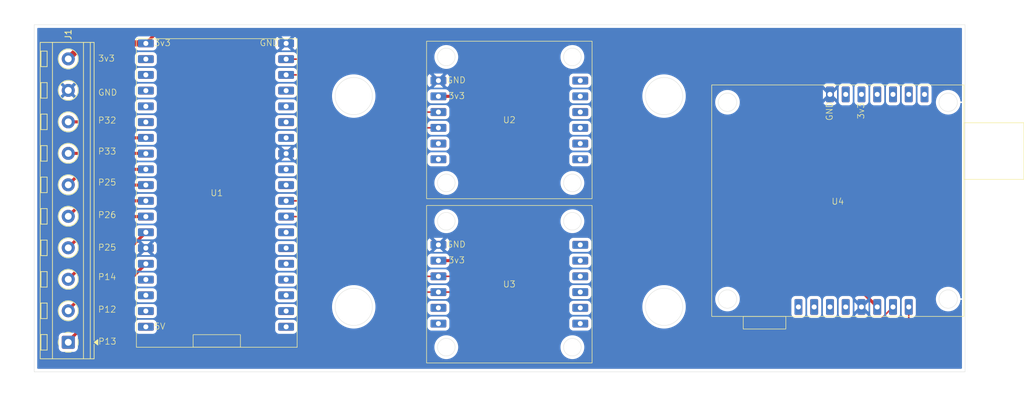
<source format=kicad_pcb>
(kicad_pcb (version 20241229) (generator "pcbnew") (generator_version "9.0")
  (layers (0 "F.Cu" signal) (2 "B.Cu" signal) (13 "F.Paste" user) (15 "B.Paste" user) (5 "F.SilkS" user "F.Silkscreen") (7 "B.SilkS" user "B.Silkscreen") (1 "F.Mask" user) (3 "B.Mask" user) (25 "Edge.Cuts" user))
  (net 0 "")
  (net 1 "Net-(J1-Pin_7)")
  (net 2 "Net-(J1-Pin_2)")
  (net 3 "Net-(J1-Pin_1)")
  (net 4 "Net-(J1-Pin_8)")
  (net 5 "Net-(J1-Pin_3)")
  (net 6 "+3V3")
  (net 7 "Net-(J1-Pin_5)")
  (net 8 "Net-(J1-Pin_4)")
  (net 9 "Net-(J1-Pin_6)")
  (net 10 "GND")
  (net 11 "Net-(U1-P17)")
  (net 13 "Net-(U1-P23)")
  (net 22 "Net-(U1-P16)")
  (net 33 "Net-(U1-P22)")
  (net 62 "unconnected-(U1-P35-Pad6)")
  (footprint "TerminalBlock_RND:TerminalBlock_RND_205-00240_1x10_P5.08mm_Horizontal" (layer "F.Cu") (at 88.5 86.72 90)
    (property "Reference" "J1" (at 49.64 0 90) (layer "F.SilkS"))
    (property "Value" "Screw_Terminal_01x10")
    (fp_line (start 48.38 -4.52) (end 48.38 4.17) (stroke (width 0.12)) (layer "F.SilkS"))
    (fp_line (start -2.66 -4.52) (end 48.38 -4.52) (stroke (width 0.12)) (layer "F.SilkS"))
    (fp_line (start -2.66 -4.52) (end -2.66 4.17) (stroke (width 0.12)) (layer "F.SilkS"))
    (fp_line (start 46.97 -4.4) (end 46.97 -3.4) (stroke (width 0.12)) (layer "F.SilkS"))
    (fp_line (start 44.47 -4.4) (end 46.97 -4.4) (stroke (width 0.12)) (layer "F.SilkS"))
    (fp_line (start 44.47 -4.4) (end 44.47 -3.4) (stroke (width 0.12)) (layer "F.SilkS"))
    (fp_line (start 41.89 -4.4) (end 41.89 -3.4) (stroke (width 0.12)) (layer "F.SilkS"))
    (fp_line (start 39.39 -4.4) (end 41.89 -4.4) (stroke (width 0.12)) (layer "F.SilkS"))
    (fp_line (start 39.39 -4.4) (end 39.39 -3.4) (stroke (width 0.12)) (layer "F.SilkS"))
    (fp_line (start 36.81 -4.4) (end 36.81 -3.4) (stroke (width 0.12)) (layer "F.SilkS"))
    (fp_line (start 34.31 -4.4) (end 36.81 -4.4) (stroke (width 0.12)) (layer "F.SilkS"))
    (fp_line (start 34.31 -4.4) (end 34.31 -3.4) (stroke (width 0.12)) (layer "F.SilkS"))
    (fp_line (start 31.73 -4.4) (end 31.73 -3.4) (stroke (width 0.12)) (layer "F.SilkS"))
    (fp_line (start 29.23 -4.4) (end 31.73 -4.4) (stroke (width 0.12)) (layer "F.SilkS"))
    (fp_line (start 29.23 -4.4) (end 29.23 -3.4) (stroke (width 0.12)) (layer "F.SilkS"))
    (fp_line (start 26.65 -4.4) (end 26.65 -3.4) (stroke (width 0.12)) (layer "F.SilkS"))
    (fp_line (start 24.15 -4.4) (end 26.65 -4.4) (stroke (width 0.12)) (layer "F.SilkS"))
    (fp_line (start 24.15 -4.4) (end 24.15 -3.4) (stroke (width 0.12)) (layer "F.SilkS"))
    (fp_line (start 21.57 -4.4) (end 21.57 -3.4) (stroke (width 0.12)) (layer "F.SilkS"))
    (fp_line (start 19.07 -4.4) (end 21.57 -4.4) (stroke (width 0.12)) (layer "F.SilkS"))
    (fp_line (start 19.07 -4.4) (end 19.07 -3.4) (stroke (width 0.12)) (layer "F.SilkS"))
    (fp_line (start 16.49 -4.4) (end 16.49 -3.4) (stroke (width 0.12)) (layer "F.SilkS"))
    (fp_line (start 13.99 -4.4) (end 16.49 -4.4) (stroke (width 0.12)) (layer "F.SilkS"))
    (fp_line (start 13.99 -4.4) (end 13.99 -3.4) (stroke (width 0.12)) (layer "F.SilkS"))
    (fp_line (start 11.41 -4.4) (end 11.41 -3.4) (stroke (width 0.12)) (layer "F.SilkS"))
    (fp_line (start 8.91 -4.4) (end 11.41 -4.4) (stroke (width 0.12)) (layer "F.SilkS"))
    (fp_line (start 8.91 -4.4) (end 8.91 -3.4) (stroke (width 0.12)) (layer "F.SilkS"))
    (fp_line (start 6.33 -4.4) (end 6.33 -3.4) (stroke (width 0.12)) (layer "F.SilkS"))
    (fp_line (start 3.83 -4.4) (end 6.33 -4.4) (stroke (width 0.12)) (layer "F.SilkS"))
    (fp_line (start 3.83 -4.4) (end 3.83 -3.4) (stroke (width 0.12)) (layer "F.SilkS"))
    (fp_line (start 1.25 -4.4) (end 1.25 -3.4) (stroke (width 0.12)) (layer "F.SilkS"))
    (fp_line (start -1.25 -4.4) (end 1.25 -4.4) (stroke (width 0.12)) (layer "F.SilkS"))
    (fp_line (start -1.25 -4.4) (end -1.25 -3.4) (stroke (width 0.12)) (layer "F.SilkS"))
    (fp_line (start 44.47 -3.4) (end 46.97 -3.4) (stroke (width 0.12)) (layer "F.SilkS"))
    (fp_line (start 39.39 -3.4) (end 41.89 -3.4) (stroke (width 0.12)) (layer "F.SilkS"))
    (fp_line (start 34.31 -3.4) (end 36.81 -3.4) (stroke (width 0.12)) (layer "F.SilkS"))
    (fp_line (start 29.23 -3.4) (end 31.73 -3.4) (stroke (width 0.12)) (layer "F.SilkS"))
    (fp_line (start 24.15 -3.4) (end 26.65 -3.4) (stroke (width 0.12)) (layer "F.SilkS"))
    (fp_line (start 19.07 -3.4) (end 21.57 -3.4) (stroke (width 0.12)) (layer "F.SilkS"))
    (fp_line (start 13.99 -3.4) (end 16.49 -3.4) (stroke (width 0.12)) (layer "F.SilkS"))
    (fp_line (start 8.91 -3.4) (end 11.41 -3.4) (stroke (width 0.12)) (layer "F.SilkS"))
    (fp_line (start 3.83 -3.4) (end 6.33 -3.4) (stroke (width 0.12)) (layer "F.SilkS"))
    (fp_line (start -1.25 -3.4) (end 1.25 -3.4) (stroke (width 0.12)) (layer "F.SilkS"))
    (fp_line (start -2.66 -2.55) (end 48.38 -2.55) (stroke (width 0.12)) (layer "F.SilkS"))
    (fp_line (start 46.745 -1.221) (end 46.699 -1.176) (stroke (width 0.12)) (layer "F.SilkS"))
    (fp_line (start 41.665 -1.221) (end 41.619 -1.176) (stroke (width 0.12)) (layer "F.SilkS"))
    (fp_line (start 36.585 -1.221) (end 36.539 -1.176) (stroke (width 0.12)) (layer "F.SilkS"))
    (fp_line (start 31.505 -1.221) (end 31.459 -1.176) (stroke (width 0.12)) (layer "F.SilkS"))
    (fp_line (start 26.425 -1.221) (end 26.379 -1.176) (stroke (width 0.12)) (layer "F.SilkS"))
    (fp_line (start 21.345 -1.221) (end 21.299 -1.176) (stroke (width 0.12)) (layer "F.SilkS"))
    (fp_line (start 16.265 -1.221) (end 16.219 -1.176) (stroke (width 0.12)) (layer "F.SilkS"))
    (fp_line (start 11.185 -1.221) (end 11.139 -1.176) (stroke (width 0.12)) (layer "F.SilkS"))
    (fp_line (start 6.105 -1.221) (end 6.059 -1.176) (stroke (width 0.12)) (layer "F.SilkS"))
    (fp_line (start 46.941 -1.024) (end 46.896 -0.979) (stroke (width 0.12)) (layer "F.SilkS"))
    (fp_line (start 41.861 -1.024) (end 41.816 -0.979) (stroke (width 0.12)) (layer "F.SilkS"))
    (fp_line (start 36.781 -1.024) (end 36.736 -0.979) (stroke (width 0.12)) (layer "F.SilkS"))
    (fp_line (start 31.701 -1.024) (end 31.656 -0.979) (stroke (width 0.12)) (layer "F.SilkS"))
    (fp_line (start 26.621 -1.024) (end 26.576 -0.979) (stroke (width 0.12)) (layer "F.SilkS"))
    (fp_line (start 21.541 -1.024) (end 21.496 -0.979) (stroke (width 0.12)) (layer "F.SilkS"))
    (fp_line (start 16.461 -1.024) (end 16.416 -0.979) (stroke (width 0.12)) (layer "F.SilkS"))
    (fp_line (start 11.381 -1.024) (end 11.336 -0.979) (stroke (width 0.12)) (layer "F.SilkS"))
    (fp_line (start 6.301 -1.024) (end 6.256 -0.979) (stroke (width 0.12)) (layer "F.SilkS"))
    (fp_line (start 44.544 0.979) (end 44.499 1.024) (stroke (width 0.12)) (layer "F.SilkS"))
    (fp_line (start 39.464 0.979) (end 39.419 1.024) (stroke (width 0.12)) (layer "F.SilkS"))
    (fp_line (start 34.384 0.979) (end 34.339 1.024) (stroke (width 0.12)) (layer "F.SilkS"))
    (fp_line (start 29.304 0.979) (end 29.259 1.024) (stroke (width 0.12)) (layer "F.SilkS"))
    (fp_line (start 24.224 0.979) (end 24.179 1.024) (stroke (width 0.12)) (layer "F.SilkS"))
    (fp_line (start 19.144 0.979) (end 19.099 1.024) (stroke (width 0.12)) (layer "F.SilkS"))
    (fp_line (start 14.064 0.979) (end 14.019 1.024) (stroke (width 0.12)) (layer "F.SilkS"))
    (fp_line (start 8.984 0.979) (end 8.939 1.024) (stroke (width 0.12)) (layer "F.SilkS"))
    (fp_line (start 3.904 0.979) (end 3.859 1.024) (stroke (width 0.12)) (layer "F.SilkS"))
    (fp_line (start 44.741 1.175) (end 44.695 1.221) (stroke (width 0.12)) (layer "F.SilkS"))
    (fp_line (start 39.661 1.175) (end 39.615 1.221) (stroke (width 0.12)) (layer "F.SilkS"))
    (fp_line (start 34.581 1.175) (end 34.535 1.221) (stroke (width 0.12)) (layer "F.SilkS"))
    (fp_line (start 29.501 1.175) (end 29.455 1.221) (stroke (width 0.12)) (layer "F.SilkS"))
    (fp_line (start 24.421 1.175) (end 24.375 1.221) (stroke (width 0.12)) (layer "F.SilkS"))
    (fp_line (start 19.341 1.175) (end 19.295 1.221) (stroke (width 0.12)) (layer "F.SilkS"))
    (fp_line (start 14.261 1.175) (end 14.215 1.221) (stroke (width 0.12)) (layer "F.SilkS"))
    (fp_line (start 9.181 1.175) (end 9.135 1.221) (stroke (width 0.12)) (layer "F.SilkS"))
    (fp_line (start 4.101 1.175) (end 4.055 1.221) (stroke (width 0.12)) (layer "F.SilkS"))
    (fp_line (start -2.66 2.45) (end 48.38 2.45) (stroke (width 0.12)) (layer "F.SilkS"))
    (fp_line (start -2.66 3.55) (end 48.38 3.55) (stroke (width 0.12)) (layer "F.SilkS"))
    (fp_line (start 0.3 4.17) (end 48.38 4.17) (stroke (width 0.12)) (layer "F.SilkS"))
    (fp_line (start -2.66 4.17) (end -0.3 4.17) (stroke (width 0.12)) (layer "F.SilkS"))
    (fp_arc (start -0.501 -1.53) (mid 0.000189 -1.609938) (end 0.501359 -1.529883) (stroke (width 0.12)) (layer "F.SilkS"))
    (fp_arc (start 1.53 -0.501) (mid 1.609938 0.000189) (end 1.529883 0.501359) (stroke (width 0.12)) (layer "F.SilkS"))
    (fp_arc (start -1.53 0.501) (mid -1.609938 -0.000189) (end -1.529883 -0.501359) (stroke (width 0.12)) (layer "F.SilkS"))
    (fp_arc (start 0.501 1.53) (mid -0.000189 1.609938) (end -0.501359 1.529883) (stroke (width 0.12)) (layer "F.SilkS"))
    (fp_circle (center 45.72 0) (end 47.33 0) (stroke (width 0.12)) (fill no) (layer "F.SilkS"))
    (fp_circle (center 40.64 0) (end 42.25 0) (stroke (width 0.12)) (fill no) (layer "F.SilkS"))
    (fp_circle (center 35.56 0) (end 37.17 0) (stroke (width 0.12)) (fill no) (layer "F.SilkS"))
    (fp_circle (center 30.48 0) (end 32.09 0) (stroke (width 0.12)) (fill no) (layer "F.SilkS"))
    (fp_circle (center 25.4 0) (end 27.01 0) (stroke (width 0.12)) (fill no) (layer "F.SilkS"))
    (fp_circle (center 20.32 0) (end 21.93 0) (stroke (width 0.12)) (fill no) (layer "F.SilkS"))
    (fp_circle (center 15.24 0) (end 16.85 0) (stroke (width 0.12)) (fill no) (layer "F.SilkS"))
    (fp_circle (center 10.16 0) (end 11.77 0) (stroke (width 0.12)) (fill no) (layer "F.SilkS"))
    (fp_circle (center 5.08 0) (end 6.69 0) (stroke (width 0.12)) (fill no) (layer "F.SilkS"))
    (fp_poly (pts (xy 0 4.17) (xy 0.44 4.78) (xy -0.44 4.78) (xy 0 4.17)) (stroke (width 0.12)) (fill yes) (layer "F.SilkS"))
    (pad "1" thru_hole roundrect (at 0 0 90) (size 2.1 2.1) (drill 1.1) (layers "*.Cu" "*.Mask") (roundrect_rratio 0.119048) (net 3 "Net-(J1-Pin_1)"))
    (pad "2" thru_hole circle (at 5.08 0 90) (size 2.1 2.1) (drill 1.1) (layers "*.Cu" "*.Mask") (net 2 "Net-(J1-Pin_2)"))
    (pad "3" thru_hole circle (at 10.16 0 90) (size 2.1 2.1) (drill 1.1) (layers "*.Cu" "*.Mask") (net 5 "Net-(J1-Pin_3)"))
    (pad "4" thru_hole circle (at 15.24 0 90) (size 2.1 2.1) (drill 1.1) (layers "*.Cu" "*.Mask") (net 8 "Net-(J1-Pin_4)"))
    (pad "5" thru_hole circle (at 20.32 0 90) (size 2.1 2.1) (drill 1.1) (layers "*.Cu" "*.Mask") (net 7 "Net-(J1-Pin_5)"))
    (pad "6" thru_hole circle (at 25.4 0 90) (size 2.1 2.1) (drill 1.1) (layers "*.Cu" "*.Mask") (net 9 "Net-(J1-Pin_6)"))
    (pad "7" thru_hole circle (at 30.48 0 90) (size 2.1 2.1) (drill 1.1) (layers "*.Cu" "*.Mask") (net 1 "Net-(J1-Pin_7)"))
    (pad "8" thru_hole circle (at 35.56 0 90) (size 2.1 2.1) (drill 1.1) (layers "*.Cu" "*.Mask") (net 4 "Net-(J1-Pin_8)"))
    (pad "9" thru_hole circle (at 40.64 0 90) (size 2.1 2.1) (drill 1.1) (layers "*.Cu" "*.Mask") (net 10 "GND"))
    (pad "10" thru_hole circle (at 45.72 0 90) (size 2.1 2.1) (drill 1.1) (layers "*.Cu" "*.Mask") (net 6 "+3V3"))
  )
  (footprint "ISM330xMMC5893:ISMxMMC" (layer "F.Cu") (at 159.57 77.35)
    (property "Reference" "U3" (at 0 0 0) (layer "F.SilkS") (effects (font (thickness 0.1))))
    (property "Value" "~")
    (fp_rect (start -13.335 -12.7) (end 13.335 12.7) (stroke (width 0.1)) (fill no) (layer "F.SilkS"))
    (fp_circle (center -10.16 -10.16) (end -11.43 -9.525) (stroke (width 0.05)) (fill no) (layer "Edge.Cuts"))
    (fp_circle (center -10.16 10.16) (end -11.43 10.795) (stroke (width 0.05)) (fill no) (layer "Edge.Cuts"))
    (fp_circle (center 10.16 -10.16) (end 11.43 -9.525) (stroke (width 0.05)) (fill no) (layer "Edge.Cuts"))
    (fp_circle (center 10.16 10.16) (end 8.89 10.795) (stroke (width 0.05)) (fill no) (layer "Edge.Cuts"))
    (fp_text user "GND" (at -10.16 -5.842 0) (layer "F.SilkS") (effects (font (thickness 0.1)) (justify left bottom)))
    (fp_text user "3v3" (at -9.906 -3.302 0) (layer "F.SilkS") (effects (font (thickness 0.1)) (justify left bottom)))
    (pad "1" thru_hole roundrect (at -11.43 -6.35) (size 2.54 1.27) (drill 0.8) (layers "*.Cu" "*.Mask") (roundrect_rratio 0.15) (net 10 "GND"))
    (pad "2" thru_hole roundrect (at -11.43 -3.81) (size 2.54 1.27) (drill 0.8) (layers "*.Cu" "*.Mask") (roundrect_rratio 0.15) (net 6 "+3V3"))
    (pad "3" thru_hole roundrect (at -11.43 -1.27) (size 2.54 1.27) (drill 0.8) (layers "*.Cu" "*.Mask") (roundrect_rratio 0.15) (net 11 "Net-(U1-P17)"))
    (pad "4" thru_hole roundrect (at -11.43 1.27) (size 2.54 1.27) (drill 0.8) (layers "*.Cu" "*.Mask") (roundrect_rratio 0.15) (net 22 "Net-(U1-P16)"))
    (pad "5" thru_hole roundrect (at -11.43 3.81) (size 2.54 1.27) (drill 0.8) (layers "*.Cu" "*.Mask") (roundrect_rratio 0.15))
    (pad "6" thru_hole roundrect (at -11.43 6.35) (size 2.54 1.27) (drill 0.8) (layers "*.Cu" "*.Mask") (roundrect_rratio 0.15))
    (pad "7" thru_hole roundrect (at 11.43 -6.35) (size 2.54 1.27) (drill 0.8) (layers "*.Cu" "*.Mask") (roundrect_rratio 0.15))
    (pad "8" thru_hole roundrect (at 11.43 -3.81) (size 2.54 1.27) (drill 0.8) (layers "*.Cu" "*.Mask") (roundrect_rratio 0.15))
    (pad "9" thru_hole roundrect (at 11.43 -1.27) (size 2.54 1.27) (drill 0.8) (layers "*.Cu" "*.Mask") (roundrect_rratio 0.15))
    (pad "10" thru_hole roundrect (at 11.43 1.27) (size 2.54 1.27) (drill 0.8) (layers "*.Cu" "*.Mask") (roundrect_rratio 0.15))
    (pad "11" thru_hole roundrect (at 11.43 3.81) (size 2.54 1.27) (drill 0.8) (layers "*.Cu" "*.Mask") (roundrect_rratio 0.15))
    (pad "12" thru_hole roundrect (at 11.43 6.35) (size 2.54 1.27) (drill 0.8) (layers "*.Cu" "*.Mask") (roundrect_rratio 0.15))
  )
  (footprint "ISM330xMMC5893:NEO-M9N" (layer "F.Cu") (at 212.5 64)
    (property "Reference" "U4" (at 0 0 0) (layer "F.SilkS") (effects (font (thickness 0.1))))
    (property "Value" "~")
    (fp_rect (start -20.32 -18.796) (end 20.32 18.542) (stroke (width 0.1)) (fill no) (layer "F.SilkS"))
    (fp_rect (start -15.24 18.542) (end -8.382 20.574) (stroke (width 0.1)) (fill no) (layer "F.SilkS"))
    (fp_rect (start 20.32 -12.7) (end 29.972 -3.556) (stroke (width 0.1)) (fill no) (layer "F.SilkS"))
    (fp_circle (center -17.78 -16.002) (end -19.05 -15.24) (stroke (width 0.05)) (fill no) (layer "Edge.Cuts"))
    (fp_circle (center -17.78 15.748) (end -19.05 16.51) (stroke (width 0.05)) (fill no) (layer "Edge.Cuts"))
    (fp_circle (center 17.78 -16.002) (end 18.542 -17.272) (stroke (width 0.05)) (fill no) (layer "Edge.Cuts"))
    (fp_circle (center 17.78 15.748) (end 19.05 16.51) (stroke (width 0.05)) (fill no) (layer "Edge.Cuts"))
    (fp_text user "3v3" (at 4.318 -13.208 90) (layer "F.SilkS") (effects (font (thickness 0.1)) (justify left bottom)))
    (fp_text user "GND" (at -0.762 -12.954 90) (layer "F.SilkS") (effects (font (thickness 0.1)) (justify left bottom)))
    (pad "1" thru_hole roundrect (at -6.35 17.018 270) (size 2.54 1.27) (drill 0.8) (layers "*.Cu" "*.Mask") (roundrect_rratio 0.15))
    (pad "2" thru_hole roundrect (at -3.81 17.018 270) (size 2.54 1.27) (drill 0.8) (layers "*.Cu" "*.Mask") (roundrect_rratio 0.15))
    (pad "3" thru_hole roundrect (at -1.27 17.018 270) (size 2.54 1.27) (drill 0.8) (layers "*.Cu" "*.Mask") (roundrect_rratio 0.15))
    (pad "4" thru_hole roundrect (at 1.27 17.018 270) (size 2.54 1.27) (drill 0.8) (layers "*.Cu" "*.Mask") (roundrect_rratio 0.15))
    (pad "5" thru_hole roundrect (at 3.81 17.018 270) (size 2.54 1.27) (drill 0.8) (layers "*.Cu" "*.Mask") (roundrect_rratio 0.15) (net 10 "GND"))
    (pad "6" thru_hole roundrect (at 6.35 17.018 270) (size 2.54 1.27) (drill 0.8) (layers "*.Cu" "*.Mask") (roundrect_rratio 0.15) (net 6 "+3V3"))
    (pad "7" thru_hole roundrect (at 8.89 17.018 270) (size 2.54 1.27) (drill 0.8) (layers "*.Cu" "*.Mask") (roundrect_rratio 0.15) (net 11 "Net-(U1-P17)"))
    (pad "8" thru_hole roundrect (at 11.43 17.018 270) (size 2.54 1.27) (drill 0.8) (layers "*.Cu" "*.Mask") (roundrect_rratio 0.15) (net 22 "Net-(U1-P16)"))
    (pad "9" thru_hole roundrect (at -1.27 -17.272 270) (size 2.54 1.27) (drill 0.8) (layers "*.Cu" "*.Mask") (roundrect_rratio 0.15) (net 10 "GND"))
    (pad "10" thru_hole roundrect (at 1.27 -17.272 270) (size 2.54 1.27) (drill 0.8) (layers "*.Cu" "*.Mask") (roundrect_rratio 0.15))
    (pad "11" thru_hole roundrect (at 3.81 -17.272 270) (size 2.54 1.27) (drill 0.8) (layers "*.Cu" "*.Mask") (roundrect_rratio 0.15))
    (pad "12" thru_hole roundrect (at 6.35 -17.272 270) (size 2.54 1.27) (drill 0.8) (layers "*.Cu" "*.Mask") (roundrect_rratio 0.15))
    (pad "13" thru_hole roundrect (at 8.89 -17.272 270) (size 2.54 1.27) (drill 0.8) (layers "*.Cu" "*.Mask") (roundrect_rratio 0.15))
    (pad "14" thru_hole roundrect (at 11.43 -17.272 270) (size 2.54 1.27) (drill 0.8) (layers "*.Cu" "*.Mask") (roundrect_rratio 0.15))
    (pad "15" thru_hole roundrect (at 13.97 -17.272 270) (size 2.54 1.27) (drill 0.8) (layers "*.Cu" "*.Mask") (roundrect_rratio 0.15))
  )
  (footprint "ISM330xMMC5893:ISMxMMC" (layer "F.Cu") (at 159.57 50.85)
    (property "Reference" "U2" (at 0 0 0) (layer "F.SilkS") (effects (font (thickness 0.1))))
    (property "Value" "~")
    (fp_rect (start -13.335 -12.7) (end 13.335 12.7) (stroke (width 0.1)) (fill no) (layer "F.SilkS"))
    (fp_circle (center -10.16 -10.16) (end -11.43 -9.525) (stroke (width 0.05)) (fill no) (layer "Edge.Cuts"))
    (fp_circle (center -10.16 10.16) (end -11.43 10.795) (stroke (width 0.05)) (fill no) (layer "Edge.Cuts"))
    (fp_circle (center 10.16 -10.16) (end 11.43 -9.525) (stroke (width 0.05)) (fill no) (layer "Edge.Cuts"))
    (fp_circle (center 10.16 10.16) (end 8.89 10.795) (stroke (width 0.05)) (fill no) (layer "Edge.Cuts"))
    (fp_text user "3v3" (at -9.906 -3.302 0) (layer "F.SilkS") (effects (font (thickness 0.1)) (justify left bottom)))
    (fp_text user "GND" (at -10.16 -5.842 0) (layer "F.SilkS") (effects (font (thickness 0.1)) (justify left bottom)))
    (pad "1" thru_hole roundrect (at -11.43 -6.35) (size 2.54 1.27) (drill 0.8) (layers "*.Cu" "*.Mask") (roundrect_rratio 0.15) (net 10 "GND"))
    (pad "2" thru_hole roundrect (at -11.43 -3.81) (size 2.54 1.27) (drill 0.8) (layers "*.Cu" "*.Mask") (roundrect_rratio 0.15) (net 6 "+3V3"))
    (pad "3" thru_hole roundrect (at -11.43 -1.27) (size 2.54 1.27) (drill 0.8) (layers "*.Cu" "*.Mask") (roundrect_rratio 0.15) (net 13 "Net-(U1-P23)"))
    (pad "4" thru_hole roundrect (at -11.43 1.27) (size 2.54 1.27) (drill 0.8) (layers "*.Cu" "*.Mask") (roundrect_rratio 0.15) (net 33 "Net-(U1-P22)"))
    (pad "5" thru_hole roundrect (at -11.43 3.81) (size 2.54 1.27) (drill 0.8) (layers "*.Cu" "*.Mask") (roundrect_rratio 0.15))
    (pad "6" thru_hole roundrect (at -11.43 6.35) (size 2.54 1.27) (drill 0.8) (layers "*.Cu" "*.Mask") (roundrect_rratio 0.15))
    (pad "7" thru_hole roundrect (at 11.43 -6.35) (size 2.54 1.27) (drill 0.8) (layers "*.Cu" "*.Mask") (roundrect_rratio 0.15))
    (pad "8" thru_hole roundrect (at 11.43 -3.81) (size 2.54 1.27) (drill 0.8) (layers "*.Cu" "*.Mask") (roundrect_rratio 0.15))
    (pad "9" thru_hole roundrect (at 11.43 -1.27) (size 2.54 1.27) (drill 0.8) (layers "*.Cu" "*.Mask") (roundrect_rratio 0.15))
    (pad "10" thru_hole roundrect (at 11.43 1.27) (size 2.54 1.27) (drill 0.8) (layers "*.Cu" "*.Mask") (roundrect_rratio 0.15))
    (pad "11" thru_hole roundrect (at 11.43 3.81) (size 2.54 1.27) (drill 0.8) (layers "*.Cu" "*.Mask") (roundrect_rratio 0.15))
    (pad "12" thru_hole roundrect (at 11.43 6.35) (size 2.54 1.27) (drill 0.8) (layers "*.Cu" "*.Mask") (roundrect_rratio 0.15))
  )
  (footprint "ISM330xMMC5893:ESP32-DevKit-GPIO38" (layer "F.Cu") (at 112.43 62.63)
    (property "Reference" "U1" (at 0 0 0) (layer "F.SilkS") (effects (font (thickness 0.1))))
    (property "Value" "~")
    (fp_rect (start -12.954 -24.892) (end 12.954 24.892) (stroke (width 0.1)) (fill no) (layer "F.SilkS"))
    (fp_rect (start -3.81 22.86) (end 3.81 24.892) (stroke (width 0.1)) (fill no) (layer "F.SilkS"))
    (fp_text user "3v3" (at -10.16 -23.622 0) (layer "F.SilkS") (effects (font (thickness 0.1)) (justify left bottom)))
    (fp_text user "GND" (at 6.858 -23.622 0) (layer "F.SilkS") (effects (font (thickness 0.1)) (justify left bottom)))
    (fp_text user "5V" (at -10.16 22.098 0) (layer "F.SilkS") (effects (font (thickness 0.1)) (justify left bottom)))
    (pad "1" thru_hole roundrect (at -11.43 -24.13) (size 2.54 1.27) (drill 0.8) (layers "*.Cu" "*.Mask") (roundrect_rratio 0.15) (net 6 "+3V3"))
    (pad "2" thru_hole roundrect (at -11.43 -21.59) (size 2.54 1.27) (drill 0.8) (layers "*.Cu" "*.Mask") (roundrect_rratio 0.15))
    (pad "3" thru_hole roundrect (at -11.43 -19.05) (size 2.54 1.27) (drill 0.8) (layers "*.Cu" "*.Mask") (roundrect_rratio 0.15))
    (pad "4" thru_hole roundrect (at -11.43 -16.51) (size 2.54 1.27) (drill 0.8) (layers "*.Cu" "*.Mask") (roundrect_rratio 0.15))
    (pad "5" thru_hole roundrect (at -11.43 -13.97) (size 2.54 1.27) (drill 0.8) (layers "*.Cu" "*.Mask") (roundrect_rratio 0.15))
    (pad "6" thru_hole roundrect (at -11.43 -11.43) (size 2.54 1.27) (drill 0.8) (layers "*.Cu" "*.Mask") (roundrect_rratio 0.15) (net 62 "unconnected-(U1-P35-Pad6)"))
    (pad "7" thru_hole roundrect (at -11.43 -8.89) (size 2.54 1.27) (drill 0.8) (layers "*.Cu" "*.Mask") (roundrect_rratio 0.15) (net 4 "Net-(J1-Pin_8)"))
    (pad "8" thru_hole roundrect (at -11.43 -6.35) (size 2.54 1.27) (drill 0.8) (layers "*.Cu" "*.Mask") (roundrect_rratio 0.15) (net 1 "Net-(J1-Pin_7)"))
    (pad "9" thru_hole roundrect (at -11.43 -3.81) (size 2.54 1.27) (drill 0.8) (layers "*.Cu" "*.Mask") (roundrect_rratio 0.15) (net 9 "Net-(J1-Pin_6)"))
    (pad "10" thru_hole roundrect (at -11.43 -1.27) (size 2.54 1.27) (drill 0.8) (layers "*.Cu" "*.Mask") (roundrect_rratio 0.15) (net 7 "Net-(J1-Pin_5)"))
    (pad "11" thru_hole roundrect (at -11.43 1.27) (size 2.54 1.27) (drill 0.8) (layers "*.Cu" "*.Mask") (roundrect_rratio 0.15) (net 8 "Net-(J1-Pin_4)"))
    (pad "12" thru_hole roundrect (at -11.43 3.81) (size 2.54 1.27) (drill 0.8) (layers "*.Cu" "*.Mask") (roundrect_rratio 0.15) (net 5 "Net-(J1-Pin_3)"))
    (pad "13" thru_hole roundrect (at -11.43 6.35) (size 2.54 1.27) (drill 0.8) (layers "*.Cu" "*.Mask") (roundrect_rratio 0.15) (net 2 "Net-(J1-Pin_2)"))
    (pad "14" thru_hole roundrect (at -11.43 8.89) (size 2.54 1.27) (drill 0.8) (layers "*.Cu" "*.Mask") (roundrect_rratio 0.15) (net 10 "GND"))
    (pad "15" thru_hole roundrect (at -11.43 11.43) (size 2.54 1.27) (drill 0.8) (layers "*.Cu" "*.Mask") (roundrect_rratio 0.15) (net 3 "Net-(J1-Pin_1)"))
    (pad "16" thru_hole roundrect (at -11.43 13.97) (size 2.54 1.27) (drill 0.8) (layers "*.Cu" "*.Mask") (roundrect_rratio 0.15))
    (pad "17" thru_hole roundrect (at -11.43 16.51) (size 2.54 1.27) (drill 0.8) (layers "*.Cu" "*.Mask") (roundrect_rratio 0.15))
    (pad "18" thru_hole roundrect (at -11.43 19.05) (size 2.54 1.27) (drill 0.8) (layers "*.Cu" "*.Mask") (roundrect_rratio 0.15))
    (pad "19" thru_hole roundrect (at -11.43 21.59) (size 2.54 1.27) (drill 0.8) (layers "*.Cu" "*.Mask") (roundrect_rratio 0.15))
    (pad "20" thru_hole roundrect (at 11.176 -24.13) (size 2.54 1.27) (drill 0.8) (layers "*.Cu" "*.Mask") (roundrect_rratio 0.15) (net 10 "GND"))
    (pad "21" thru_hole roundrect (at 11.176 -21.59) (size 2.54 1.27) (drill 0.8) (layers "*.Cu" "*.Mask") (roundrect_rratio 0.15) (net 13 "Net-(U1-P23)"))
    (pad "22" thru_hole roundrect (at 11.176 -19.05) (size 2.54 1.27) (drill 0.8) (layers "*.Cu" "*.Mask") (roundrect_rratio 0.15) (net 33 "Net-(U1-P22)"))
    (pad "23" thru_hole roundrect (at 11.176 -16.51) (size 2.54 1.27) (drill 0.8) (layers "*.Cu" "*.Mask") (roundrect_rratio 0.15))
    (pad "24" thru_hole roundrect (at 11.176 -13.97) (size 2.54 1.27) (drill 0.8) (layers "*.Cu" "*.Mask") (roundrect_rratio 0.15))
    (pad "25" thru_hole roundrect (at 11.176 -11.43) (size 2.54 1.27) (drill 0.8) (layers "*.Cu" "*.Mask") (roundrect_rratio 0.15))
    (pad "26" thru_hole roundrect (at 11.176 -8.89) (size 2.54 1.27) (drill 0.8) (layers "*.Cu" "*.Mask") (roundrect_rratio 0.15))
    (pad "27" thru_hole roundrect (at 11.176 -6.35) (size 2.54 1.27) (drill 0.8) (layers "*.Cu" "*.Mask") (roundrect_rratio 0.15) (net 10 "GND"))
    (pad "28" thru_hole roundrect (at 11.176 -3.81) (size 2.54 1.27) (drill 0.8) (layers "*.Cu" "*.Mask") (roundrect_rratio 0.15))
    (pad "29" thru_hole roundrect (at 11.176 -1.27) (size 2.54 1.27) (drill 0.8) (layers "*.Cu" "*.Mask") (roundrect_rratio 0.15))
    (pad "30" thru_hole roundrect (at 11.176 1.27) (size 2.54 1.27) (drill 0.8) (layers "*.Cu" "*.Mask") (roundrect_rratio 0.15) (net 11 "Net-(U1-P17)"))
    (pad "31" thru_hole roundrect (at 11.176 3.81) (size 2.54 1.27) (drill 0.8) (layers "*.Cu" "*.Mask") (roundrect_rratio 0.15) (net 22 "Net-(U1-P16)"))
    (pad "32" thru_hole roundrect (at 11.176 6.35) (size 2.54 1.27) (drill 0.8) (layers "*.Cu" "*.Mask") (roundrect_rratio 0.15))
    (pad "33" thru_hole roundrect (at 11.176 8.89) (size 2.54 1.27) (drill 0.8) (layers "*.Cu" "*.Mask") (roundrect_rratio 0.15))
    (pad "34" thru_hole roundrect (at 11.176 11.43) (size 2.54 1.27) (drill 0.8) (layers "*.Cu" "*.Mask") (roundrect_rratio 0.15))
    (pad "35" thru_hole roundrect (at 11.176 13.97) (size 2.54 1.27) (drill 0.8) (layers "*.Cu" "*.Mask") (roundrect_rratio 0.15))
    (pad "36" thru_hole roundrect (at 11.176 16.51) (size 2.54 1.27) (drill 0.8) (layers "*.Cu" "*.Mask") (roundrect_rratio 0.15))
    (pad "37" thru_hole roundrect (at 11.176 19.05) (size 2.54 1.27) (drill 0.8) (layers "*.Cu" "*.Mask") (roundrect_rratio 0.15))
    (pad "38" thru_hole roundrect (at 11.176 21.59) (size 2.54 1.27) (drill 0.8) (layers "*.Cu" "*.Mask") (roundrect_rratio 0.15))
  )
  (gr_circle (center 184.5 47) (end 187.5 47) (stroke (width 0.05)) (fill no) (layer "Edge.Cuts"))
  (gr_circle (center 134.5 47) (end 137.5 47) (stroke (width 0.05)) (fill no) (layer "Edge.Cuts"))
  (gr_circle (center 184.5 81) (end 181.5 81) (stroke (width 0.05)) (fill no) (layer "Edge.Cuts"))
  (gr_rect (start 83 35.5) (end 233 91.5) (stroke (width 0.05)) (fill no) (layer "Edge.Cuts"))
  (gr_circle (center 134.5 81) (end 137.5 81) (stroke (width 0.05)) (fill no) (layer "Edge.Cuts"))
  (gr_text "P25" (at 93.25 61.5 0) (layer "F.SilkS") (effects (font (size 1 1) (thickness 0.1)) (justify left bottom)))
  (gr_text "P32" (at 93.25 51.5 0) (layer "F.SilkS") (effects (font (size 1 1) (thickness 0.1)) (justify left bottom)))
  (gr_text "P33" (at 93.25 56.5 0) (layer "F.SilkS") (effects (font (size 1 1) (thickness 0.1)) (justify left bottom)))
  (gr_text "GND" (at 93.25 47 0) (layer "F.SilkS") (effects (font (size 1 1) (thickness 0.1)) (justify left bottom)))
  (gr_text "P25" (at 93.25 72 0) (layer "F.SilkS") (effects (font (size 1 1) (thickness 0.1)) (justify left bottom)))
  (gr_text "P13" (at 93.28 87.16 0) (layer "F.SilkS") (effects (font (size 1 1) (thickness 0.1)) (justify left bottom)))
  (gr_text "P14" (at 93.25 76.75 0) (layer "F.SilkS") (effects (font (size 1 1) (thickness 0.1)) (justify left bottom)))
  (gr_text "P12" (at 93.25 82 0) (layer "F.SilkS") (effects (font (size 1 1) (thickness 0.1)) (justify left bottom)))
  (gr_text "3v3" (at 93.25 41.5 0) (layer "F.SilkS") (effects (font (size 1 1) (thickness 0.1)) (justify left bottom)))
  (gr_text "P26" (at 93.25 66.75 0) (layer "F.SilkS") (effects (font (size 1 1) (thickness 0.1)) (justify left bottom)))
  (segment (start 100.96 56.24) (end 101 56.28) (width 0.5) (layer "F.Cu") (net 1))
  (segment (start 88.5 56.24) (end 100.96 56.24) (width 0.5) (layer "F.Cu") (net 1))
  (segment (start 101 68.98) (end 88.5 81.48) (width 0.5) (layer "F.Cu") (net 2))
  (segment (start 88.5 81.48) (end 88.5 81.64) (width 0.5) (layer "F.Cu") (net 2))
  (segment (start 88.5 86.56) (end 88.5 86.72) (width 0.5) (layer "F.Cu") (net 3))
  (segment (start 101 74.06) (end 88.5 86.56) (width 0.5) (layer "F.Cu") (net 3))
  (segment (start 94.41 51.16) (end 96.99 53.74) (width 0.5) (layer "F.Cu") (net 4))
  (segment (start 88.5 51.16) (end 94.41 51.16) (width 0.5) (layer "F.Cu") (net 4))
  (segment (start 96.99 53.74) (end 101 53.74) (width 0.5) (layer "F.Cu") (net 4))
  (segment (start 101 66.44) (end 98.62 66.44) (width 0.5) (layer "F.Cu") (net 5))
  (segment (start 98.62 66.44) (end 88.5 76.56) (width 0.5) (layer "F.Cu") (net 5))
  (segment (start 88.5 76.56) (end 88.52 76.56) (width 0.5) (layer "F.Cu") (net 5))
  (segment (start 152.46 47.04) (end 155 44.5) (width 0.5) (layer "F.Cu") (net 6))
  (segment (start 155 70) (end 151.46 73.54) (width 0.5) (layer "F.Cu") (net 6))
  (segment (start 151.46 73.54) (end 148.14 73.54) (width 0.5) (layer "F.Cu") (net 6))
  (segment (start 148.14 47.04) (end 152.46 47.04) (width 0.5) (layer "F.Cu") (net 6))
  (segment (start 91 38.5) (end 101 38.5) (width 1) (layer "F.Cu") (net 6))
  (segment (start 103 36.5) (end 101 38.5) (width 0.5) (layer "F.Cu") (net 6))
  (segment (start 155 44) (end 155 61) (width 0.5) (layer "F.Cu") (net 6))
  (segment (start 88.5 41) (end 91 38.5) (width 1) (layer "F.Cu") (net 6))
  (segment (start 155 44.5) (end 155 44) (width 0.5) (layer "F.Cu") (net 6))
  (segment (start 155 44) (end 155 40.25) (width 0.5) (layer "F.Cu") (net 6))
  (segment (start 151.25 36.5) (end 103 36.5) (width 0.5) (layer "F.Cu") (net 6))
  (segment (start 155 40.25) (end 151.25 36.5) (width 0.5) (layer "F.Cu") (net 6))
  (segment (start 155 61) (end 158.25 64.25) (width 0.5) (layer "F.Cu") (net 6))
  (segment (start 202.082 64.25) (end 218.85 81.018) (width 0.5) (layer "F.Cu") (net 6))
  (segment (start 155 61) (end 155 70) (width 0.5) (layer "F.Cu") (net 6))
  (segment (start 158.25 64.25) (end 202.082 64.25) (width 0.5) (layer "F.Cu") (net 6))
  (segment (start 88.5 66.4) (end 88.68 66.4) (width 0.5) (layer "F.Cu") (net 7))
  (segment (start 101 61.36) (end 93.54 61.36) (width 0.5) (layer "F.Cu") (net 7))
  (segment (start 93.54 61.36) (end 88.5 66.4) (width 0.5) (layer "F.Cu") (net 7))
  (segment (start 101 63.9) (end 96.08 63.9) (width 0.5) (layer "F.Cu") (net 8))
  (segment (start 96.08 63.9) (end 88.5 71.48) (width 0.5) (layer "F.Cu") (net 8))
  (segment (start 88.5 61.32) (end 91 58.82) (width 0.5) (layer "F.Cu") (net 9))
  (segment (start 91 58.82) (end 101 58.82) (width 0.5) (layer "F.Cu") (net 9))
  (segment (start 156.08 76.08) (end 165.25 85.25) (width 0.25) (layer "F.Cu") (net 11))
  (segment (start 123.606 63.9) (end 131.9 63.9) (width 0.25) (layer "F.Cu") (net 11))
  (segment (start 131.9 63.9) (end 144.08 76.08) (width 0.25) (layer "F.Cu") (net 11))
  (segment (start 148.14 76.08) (end 156.08 76.08) (width 0.25) (layer "F.Cu") (net 11))
  (segment (start 144.08 76.08) (end 148.14 76.08) (width 0.25) (layer "F.Cu") (net 11))
  (segment (start 217.158 85.25) (end 221.39 81.018) (width 0.25) (layer "F.Cu") (net 11))
  (segment (start 165.25 85.25) (end 217.158 85.25) (width 0.25) (layer "F.Cu") (net 11))
  (segment (start 136.54 41.04) (end 145.08 49.58) (width 0.25) (layer "F.Cu") (net 13))
  (segment (start 123.606 41.04) (end 136.54 41.04) (width 0.25) (layer "F.Cu") (net 13))
  (segment (start 145.08 49.58) (end 148.14 49.58) (width 0.25) (layer "F.Cu") (net 13))
  (segment (start 140.62 78.62) (end 148.14 78.62) (width 0.25) (layer "F.Cu") (net 22))
  (segment (start 123.606 66.44) (end 128.44 66.44) (width 0.25) (layer "F.Cu") (net 22))
  (segment (start 152.37 78.62) (end 163.75 90) (width 0.25) (layer "F.Cu") (net 22))
  (segment (start 223.93 84.32) (end 223.93 81.018) (width 0.25) (layer "F.Cu") (net 22))
  (segment (start 128.44 66.44) (end 140.62 78.62) (width 0.25) (layer "F.Cu") (net 22))
  (segment (start 163.75 90) (end 218.25 90) (width 0.25) (layer "F.Cu") (net 22))
  (segment (start 148.14 78.62) (end 152.37 78.62) (width 0.25) (layer "F.Cu") (net 22))
  (segment (start 218.25 90) (end 223.93 84.32) (width 0.25) (layer "F.Cu") (net 22))
  (segment (start 123.606 43.58) (end 125.83 43.58) (width 0.25) (layer "F.Cu") (net 33))
  (segment (start 131.12 52.12) (end 148.14 52.12) (width 0.25) (layer "F.Cu") (net 33))
  (segment (start 129.5 50.5) (end 131.12 52.12) (width 0.25) (layer "F.Cu") (net 33))
  (segment (start 125.83 43.58) (end 129.5 47.25) (width 0.25) (layer "F.Cu") (net 33))
  (segment (start 129.5 47.25) (end 129.5 50.5) (width 0.25) (layer "F.Cu") (net 33))
  (segment (start 100.96 51.16) (end 101 51.2) (width 0.5) (layer "F.Cu") (net 62))
  (zone (net 10) (net_name "GND") (layer "B.Cu") (connect_pads (clearance 0.5)) (min_thickness 0.25) (fill yes (thermal_gap 0.5) (thermal_bridge_width 0.5))
    (polygon (pts (xy 231.25 34.25) (xy 238 34.5) (xy 236.75 99.25) (xy 77.5 95.75) (xy 80 31.5) (xy 232.5 34.25)))
  )
)
</source>
